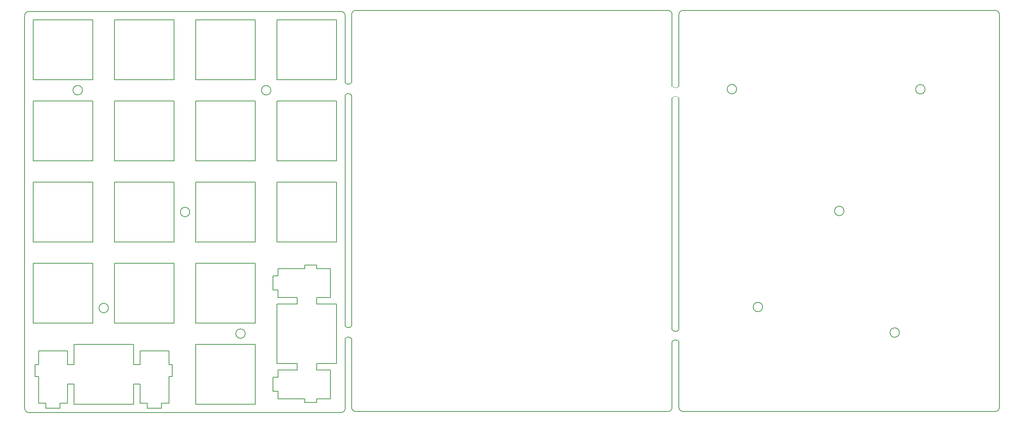
<source format=gbr>
G04 #@! TF.GenerationSoftware,KiCad,Pcbnew,(5.1.7)-1*
G04 #@! TF.CreationDate,2020-12-06T23:42:38-08:00*
G04 #@! TF.ProjectId,dropout-miniusb,64726f70-6f75-4742-9d6d-696e69757362,rev?*
G04 #@! TF.SameCoordinates,Original*
G04 #@! TF.FileFunction,Profile,NP*
%FSLAX46Y46*%
G04 Gerber Fmt 4.6, Leading zero omitted, Abs format (unit mm)*
G04 Created by KiCad (PCBNEW (5.1.7)-1) date 2020-12-06 23:42:38*
%MOMM*%
%LPD*%
G01*
G04 APERTURE LIST*
G04 #@! TA.AperFunction,Profile*
%ADD10C,0.150000*%
G04 #@! TD*
G04 #@! TA.AperFunction,Profile*
%ADD11C,0.050000*%
G04 #@! TD*
G04 APERTURE END LIST*
D10*
X272022107Y-69077984D02*
G75*
G03*
X272022107Y-69077984I-1100000J0D01*
G01*
X252997457Y-97653685D02*
G75*
G03*
X252997457Y-97653685I-1100000J0D01*
G01*
X265996757Y-126203534D02*
G75*
G03*
X265996757Y-126203534I-1100000J0D01*
G01*
X233922207Y-120204135D02*
G75*
G03*
X233922207Y-120204135I-1100000J0D01*
G01*
X227819506Y-69053335D02*
G75*
G03*
X227819506Y-69053335I-1100000J0D01*
G01*
X214308432Y-68340069D02*
X214298157Y-59553615D01*
X214308432Y-125540069D02*
X214308431Y-71140069D01*
X214298157Y-143753776D02*
X214308431Y-128340069D01*
X212708432Y-128340070D02*
X212697757Y-143753615D01*
X212708432Y-71140070D02*
X212708432Y-125540069D01*
X212697757Y-51553615D02*
X212708432Y-68340069D01*
X137547782Y-67510038D02*
G75*
G02*
X136047958Y-67509778I-749825J500259D01*
G01*
D11*
X214308432Y-68340069D02*
G75*
G02*
X212708432Y-68340069I-800000J600000D01*
G01*
X212708432Y-71140070D02*
G75*
G02*
X214308431Y-71140069I800000J-599999D01*
G01*
D10*
X214308849Y-125539513D02*
G75*
G02*
X212708432Y-125540069I-800417J599444D01*
G01*
X212708016Y-128340626D02*
G75*
G02*
X214308431Y-128340069I800416J-599443D01*
G01*
X214298157Y-51553615D02*
G75*
G02*
X215298157Y-50553615I1000000J0D01*
G01*
X214298157Y-59553615D02*
X214298157Y-51553615D01*
X288447957Y-50553615D02*
G75*
G02*
X289447957Y-51553615I0J-1000000D01*
G01*
X215298157Y-144753776D02*
G75*
G02*
X214298157Y-143753776I0J1000000D01*
G01*
X215298157Y-50553615D02*
X288447957Y-50553615D01*
X261397957Y-144753776D02*
X288447957Y-144753776D01*
X289447957Y-143753776D02*
G75*
G02*
X288447957Y-144753776I-1000000J0D01*
G01*
X261397957Y-144753776D02*
X215298157Y-144753776D01*
X289448433Y-124410044D02*
X289448433Y-67260068D01*
X289448433Y-67260068D02*
X289447957Y-51553615D01*
X289447957Y-143753776D02*
X289448433Y-124410044D01*
X136048132Y-70509520D02*
G75*
G02*
X137547956Y-70509780I749825J-500259D01*
G01*
X137547782Y-124660014D02*
G75*
G02*
X136047958Y-124659754I-749825J500259D01*
G01*
X136048132Y-127659496D02*
G75*
G02*
X137547956Y-127659756I749825J-500259D01*
G01*
X137547957Y-127659755D02*
X137547957Y-143753776D01*
X137547957Y-70509779D02*
X137547956Y-124659754D01*
X136047958Y-67509778D02*
X136047482Y-51803325D01*
X136047958Y-124659754D02*
X136047958Y-70509780D01*
X136047482Y-144003486D02*
X136047957Y-127659755D01*
X100997957Y-104902976D02*
X100997957Y-90903676D01*
X81947957Y-123953176D02*
X81947957Y-109953776D01*
X81947957Y-109953776D02*
X95947257Y-109953776D01*
X114997257Y-123953176D02*
X100997957Y-123953176D01*
X114997257Y-109953776D02*
X114997257Y-123953176D01*
X114997257Y-129003676D02*
X114997257Y-143003136D01*
X120047957Y-52803676D02*
X134047257Y-52803676D01*
X120277957Y-136728926D02*
X119077857Y-136728926D01*
X120047957Y-133478176D02*
X124748357Y-133478176D01*
X120277957Y-112928876D02*
X119077857Y-112928876D01*
X132578257Y-117953176D02*
X132578257Y-111203476D01*
X129348257Y-119478676D02*
X129348257Y-117953176D01*
X134047257Y-119478676D02*
X129348257Y-119478676D01*
X134047257Y-133478176D02*
X134047257Y-119478676D01*
X129348257Y-135003676D02*
X129348257Y-133478176D01*
X129348257Y-141753256D02*
X132578257Y-141753256D01*
X120277957Y-116227876D02*
X120277957Y-117953176D01*
X94697557Y-133704176D02*
X94697557Y-130473976D01*
X120277957Y-140027966D02*
X120277957Y-141753256D01*
X129348257Y-142578706D02*
X129348257Y-141753256D01*
X126548257Y-142578706D02*
X129348257Y-142578706D01*
X126548257Y-141753256D02*
X126548257Y-142578706D01*
X100997957Y-129003676D02*
X114997257Y-129003676D01*
X124748357Y-135003676D02*
X120277957Y-135003676D01*
X114997257Y-143003136D02*
X100997957Y-143003136D01*
X124748357Y-119478676D02*
X120047957Y-119478676D01*
X119077857Y-140027966D02*
X120277957Y-140027966D01*
X124748357Y-133478176D02*
X124748357Y-135003676D01*
X86422357Y-133704176D02*
X86422357Y-129003676D01*
X87947857Y-133704176D02*
X86422357Y-133704176D01*
X86422357Y-129003676D02*
X72422957Y-129003676D01*
X120277957Y-135003676D02*
X120277957Y-136728926D01*
X120047957Y-119478676D02*
X120047957Y-133478176D01*
X124748357Y-117953176D02*
X124748357Y-119478676D01*
X100997957Y-143003136D02*
X100997957Y-129003676D01*
X119077857Y-112928876D02*
X119077857Y-116227876D01*
X129348257Y-110378076D02*
X126548257Y-110378076D01*
X126548257Y-110378076D02*
X126548257Y-111203476D01*
X129348257Y-111203476D02*
X129348257Y-110378076D01*
X129348257Y-117953176D02*
X132578257Y-117953176D01*
X119077857Y-136728926D02*
X119077857Y-140027966D01*
X120277957Y-141753256D02*
X126548257Y-141753256D01*
X126548257Y-111203476D02*
X120277957Y-111203476D01*
X120277957Y-117953176D02*
X124748357Y-117953176D01*
X132578257Y-111203476D02*
X129348257Y-111203476D01*
X129348257Y-133478176D02*
X134047257Y-133478176D01*
X119077857Y-116227876D02*
X120277957Y-116227876D01*
X120277957Y-111203476D02*
X120277957Y-112928876D01*
X94697557Y-130473976D02*
X87947857Y-130473976D01*
X132578257Y-135003676D02*
X129348257Y-135003676D01*
X132578257Y-141753256D02*
X132578257Y-135003676D01*
X87947857Y-130473976D02*
X87947857Y-133704176D01*
X62897907Y-90903676D02*
X76897457Y-90903676D01*
X100997957Y-109953776D02*
X114997257Y-109953776D01*
X100997957Y-90903676D02*
X114997257Y-90903676D01*
X62897907Y-109953776D02*
X76897457Y-109953776D01*
X134047257Y-52803676D02*
X134047257Y-66802976D01*
X81947957Y-71852276D02*
X95947257Y-71852276D01*
X81947957Y-90903676D02*
X95947257Y-90903676D01*
X95947257Y-104902976D02*
X81947957Y-104902976D01*
X62897907Y-85852976D02*
X62897907Y-71852276D01*
X76897457Y-85852976D02*
X62897907Y-85852976D01*
X76897457Y-71852276D02*
X76897457Y-85852976D01*
X95947257Y-90903676D02*
X95947257Y-104902976D01*
X120047957Y-71852276D02*
X134047257Y-71852276D01*
X76897457Y-104902976D02*
X62897907Y-104902976D01*
X120047957Y-104902976D02*
X120047957Y-90903676D01*
X62897907Y-71852276D02*
X76897457Y-71852276D01*
X95947257Y-85852976D02*
X81947957Y-85852976D01*
X114997257Y-71852276D02*
X114997257Y-85852976D01*
X95947257Y-109953776D02*
X95947257Y-123953176D01*
X120047957Y-85852976D02*
X120047957Y-71852276D01*
X134047257Y-90903676D02*
X134047257Y-104902976D01*
X134047257Y-71852276D02*
X134047257Y-85852976D01*
X134047257Y-85852976D02*
X120047957Y-85852976D01*
X114997257Y-90903676D02*
X114997257Y-104902976D01*
X76897457Y-123953176D02*
X62897907Y-123953176D01*
X95947257Y-123953176D02*
X81947957Y-123953176D01*
X81947957Y-85852976D02*
X81947957Y-71852276D01*
X81947957Y-104902976D02*
X81947957Y-90903676D01*
X100997957Y-85852976D02*
X100997957Y-71852276D01*
X114997257Y-85852976D02*
X100997957Y-85852976D01*
X100997957Y-71852276D02*
X114997257Y-71852276D01*
X134047257Y-104902976D02*
X120047957Y-104902976D01*
X62897907Y-123953176D02*
X62897907Y-109953776D01*
X62897907Y-104902976D02*
X62897907Y-90903676D01*
X100997957Y-123953176D02*
X100997957Y-109953776D01*
X120047957Y-90903676D02*
X134047257Y-90903676D01*
X76897457Y-90903676D02*
X76897457Y-104902976D01*
X76897457Y-109953776D02*
X76897457Y-123953176D01*
X114997257Y-104902976D02*
X100997957Y-104902976D01*
X95947257Y-71852276D02*
X95947257Y-85852976D01*
X60897682Y-144003486D02*
X60897682Y-59803325D01*
X62897907Y-66802976D02*
X62897907Y-52803676D01*
X107997482Y-145003486D02*
X61897682Y-145003486D01*
X100997957Y-52803676D02*
X114997257Y-52803676D01*
X81947957Y-66802976D02*
X81947957Y-52803676D01*
X114997257Y-66802976D02*
X100997957Y-66802976D01*
X136047482Y-144003486D02*
G75*
G02*
X135047482Y-145003486I-1000000J0D01*
G01*
X61897682Y-50803325D02*
X135047482Y-50803325D01*
X100997957Y-66802976D02*
X100997957Y-52803676D01*
X60897682Y-59803325D02*
X60897682Y-51803325D01*
X60897682Y-51803325D02*
G75*
G02*
X61897682Y-50803325I1000000J0D01*
G01*
X76897457Y-52803676D02*
X76897457Y-66802976D01*
X135047482Y-50803325D02*
G75*
G02*
X136047482Y-51803325I0J-1000000D01*
G01*
X62897907Y-52803676D02*
X76897457Y-52803676D01*
X95947257Y-52803676D02*
X95947257Y-66802976D01*
X120047957Y-66802976D02*
X120047957Y-52803676D01*
X134047257Y-66802976D02*
X120047957Y-66802976D01*
X61897682Y-145003486D02*
G75*
G02*
X60897682Y-144003486I0J1000000D01*
G01*
X114997257Y-52803676D02*
X114997257Y-66802976D01*
X107997482Y-145003486D02*
X135047482Y-145003486D01*
X81947957Y-52803676D02*
X95947257Y-52803676D01*
X95947257Y-66802976D02*
X81947957Y-66802976D01*
X72422957Y-143003136D02*
X86422357Y-143003136D01*
X64147807Y-142773006D02*
X65873097Y-142773006D01*
X65873097Y-142773006D02*
X65873097Y-143973276D01*
X95522957Y-133704176D02*
X94697557Y-133704176D01*
X95522957Y-136502936D02*
X95522957Y-133704176D01*
X94697557Y-142773006D02*
X94697557Y-136502936D01*
X69172107Y-142773006D02*
X70897457Y-142773006D01*
X69172107Y-143973276D02*
X69172107Y-142773006D01*
X94697557Y-136502936D02*
X95522957Y-136502936D01*
X92972257Y-142773006D02*
X94697557Y-142773006D01*
X63322347Y-136502936D02*
X64147807Y-136502936D01*
X92972257Y-143973276D02*
X92972257Y-142773006D01*
X89673157Y-143973276D02*
X92972257Y-143973276D01*
X89673157Y-142773006D02*
X89673157Y-143973276D01*
X65873097Y-143973276D02*
X69172107Y-143973276D01*
X86422357Y-143003136D02*
X86422357Y-138302666D01*
X87947857Y-142773006D02*
X89673157Y-142773006D01*
X72422957Y-138302666D02*
X72422957Y-143003136D01*
X86422357Y-138302666D02*
X87947857Y-138302666D01*
X70897457Y-138302666D02*
X72422957Y-138302666D01*
X70897457Y-142773006D02*
X70897457Y-138302666D01*
X64147807Y-136502936D02*
X64147807Y-142773006D01*
X87947857Y-138302666D02*
X87947857Y-142773006D01*
X64147807Y-133704176D02*
X63322347Y-133704176D01*
X72422957Y-133704176D02*
X70897457Y-133704176D01*
X64147807Y-130473976D02*
X64147807Y-133704176D01*
X70897457Y-130473976D02*
X64147807Y-130473976D01*
X70897457Y-133704176D02*
X70897457Y-130473976D01*
X72422957Y-129003676D02*
X72422957Y-133704176D01*
X63322347Y-133704176D02*
X63322347Y-136502936D01*
X76897457Y-66802976D02*
X62897907Y-66802976D01*
X80522707Y-120453776D02*
G75*
G03*
X80522707Y-120453776I-1100000J0D01*
G01*
X112597257Y-126453175D02*
G75*
G03*
X112597257Y-126453175I-1100000J0D01*
G01*
X74420006Y-69302976D02*
G75*
G03*
X74420006Y-69302976I-1100000J0D01*
G01*
X118622607Y-69327625D02*
G75*
G03*
X118622607Y-69327625I-1100000J0D01*
G01*
X99597957Y-97903326D02*
G75*
G03*
X99597957Y-97903326I-1100000J0D01*
G01*
X138547957Y-144753776D02*
G75*
G02*
X137547957Y-143753776I0J1000000D01*
G01*
X184647757Y-144753776D02*
X211697757Y-144753776D01*
X138547957Y-50553615D02*
X211697757Y-50553615D01*
X137547957Y-51553615D02*
G75*
G02*
X138547957Y-50553615I1000000J0D01*
G01*
X184647757Y-144753776D02*
X138547957Y-144753776D01*
X211697757Y-50553615D02*
G75*
G02*
X212697757Y-51553615I0J-1000000D01*
G01*
X212697757Y-143753776D02*
G75*
G02*
X211697757Y-144753776I-1000000J0D01*
G01*
X137547956Y-67509778D02*
X137547957Y-51553615D01*
M02*

</source>
